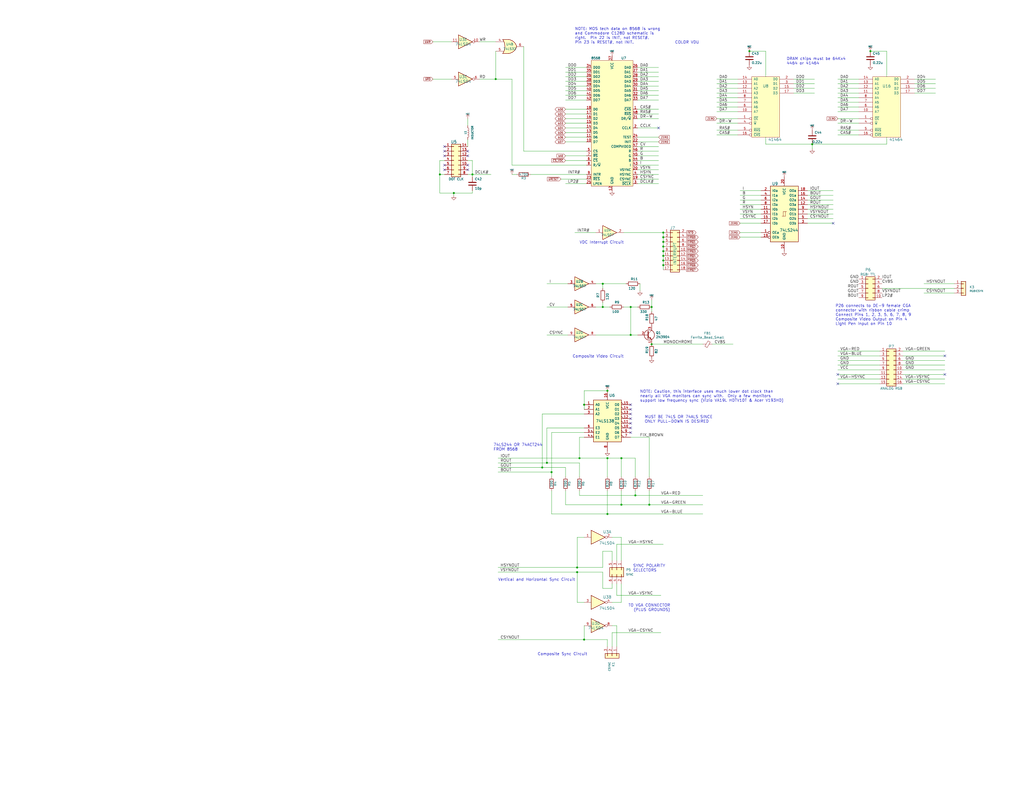
<source format=kicad_sch>
(kicad_sch (version 20211123) (generator eeschema)
  (paper "C")
  (junction (at 270.51 43.18))
  (junction (at 408.94 27.94))
  (junction (at 354.33 275.59))
  (junction (at 331.47 250.19))
  (junction (at 361.95 132.08))
  (junction (at 316.23 250.19))
  (junction (at 331.47 280.67))
  (junction (at 361.95 139.7))
  (junction (at 355.6 187.96))
  (junction (at 361.95 142.24))
  (junction (at 240.03 95.25))
  (junction (at 328.93 154.94))
  (junction (at 443.23 78.74))
  (junction (at 295.91 255.27))
  (junction (at 339.09 250.19))
  (junction (at 339.09 275.59))
  (junction (at 247.65 105.41))
  (junction (at 346.71 270.51))
  (junction (at 474.98 27.94))
  (junction (at 328.93 167.64))
  (junction (at 314.96 312.42))
  (junction (at 355.6 167.64))
  (junction (at 361.95 127))
  (junction (at 318.77 349.25))
  (junction (at 314.96 309.88))
  (junction (at 298.45 252.73))
  (junction (at 361.95 144.78))
  (junction (at 300.99 257.81))
  (junction (at 257.81 95.25))
  (junction (at 361.95 129.54))
  (junction (at 331.47 213.36))
  (junction (at 344.17 182.88))
  (junction (at 361.95 137.16))
  (junction (at 344.17 167.64))
  (junction (at 318.77 220.98))
  (junction (at 361.95 134.62))
  (no_connect (at 344.17 220.98))
  (no_connect (at 344.17 226.06))
  (no_connect (at 242.57 80.01))
  (no_connect (at 457.2 209.55))
  (no_connect (at 344.17 236.22))
  (no_connect (at 344.17 228.6))
  (no_connect (at 454.66 121.92))
  (no_connect (at 242.57 85.09))
  (no_connect (at 255.27 82.55))
  (no_connect (at 359.41 69.85))
  (no_connect (at 457.2 204.47))
  (no_connect (at 242.57 90.17))
  (no_connect (at 255.27 90.17))
  (no_connect (at 242.57 82.55))
  (no_connect (at 255.27 85.09))
  (no_connect (at 344.17 231.14))
  (no_connect (at 344.17 223.52))
  (no_connect (at 515.62 204.47))
  (no_connect (at 344.17 233.68))
  (no_connect (at 255.27 92.71))
  (no_connect (at 242.57 92.71))
  (no_connect (at 515.62 194.31))
  (wire (pts (xy 318.77 213.36) (xy 318.77 220.98)))
  (wire (pts (xy 361.95 144.78) (xy 361.95 142.24)))
  (wire (pts (xy 402.59 43.18) (xy 391.16 43.18)))
  (wire (pts (xy 468.63 48.26) (xy 457.2 48.26)))
  (wire (pts (xy 440.69 104.14) (xy 454.66 104.14)))
  (wire (pts (xy 440.69 109.22) (xy 454.66 109.22)))
  (wire (pts (xy 328.93 321.31) (xy 334.01 321.31)))
  (wire (pts (xy 355.6 187.96) (xy 383.54 187.96)))
  (wire (pts (xy 240.03 87.63) (xy 240.03 95.25)))
  (wire (pts (xy 359.41 49.53) (xy 347.98 49.53)))
  (wire (pts (xy 468.63 73.66) (xy 457.2 73.66)))
  (wire (pts (xy 236.22 22.86) (xy 246.38 22.86)))
  (wire (pts (xy 316.23 252.73) (xy 316.23 260.35)))
  (wire (pts (xy 325.12 167.64) (xy 328.93 167.64)))
  (wire (pts (xy 510.54 43.18) (xy 499.11 43.18)))
  (wire (pts (xy 468.63 50.8) (xy 457.2 50.8)))
  (wire (pts (xy 443.23 78.74) (xy 483.87 78.74)))
  (wire (pts (xy 320.04 69.85) (xy 308.61 69.85)))
  (wire (pts (xy 515.62 196.85) (xy 492.76 196.85)))
  (wire (pts (xy 361.95 134.62) (xy 361.95 132.08)))
  (wire (pts (xy 344.17 182.88) (xy 325.12 182.88)))
  (wire (pts (xy 468.63 60.96) (xy 457.2 60.96)))
  (wire (pts (xy 359.41 74.93) (xy 347.98 74.93)))
  (wire (pts (xy 402.59 60.96) (xy 391.16 60.96)))
  (wire (pts (xy 361.95 137.16) (xy 361.95 134.62)))
  (wire (pts (xy 468.63 45.72) (xy 457.2 45.72)))
  (wire (pts (xy 483.87 74.93) (xy 483.87 78.74)))
  (wire (pts (xy 340.36 167.64) (xy 344.17 167.64)))
  (wire (pts (xy 339.09 328.93) (xy 334.01 328.93)))
  (wire (pts (xy 300.99 267.97) (xy 300.99 280.67)))
  (wire (pts (xy 309.88 167.64) (xy 298.45 167.64)))
  (wire (pts (xy 257.81 95.25) (xy 257.81 96.52)))
  (wire (pts (xy 349.25 158.75) (xy 349.25 154.94)))
  (wire (pts (xy 346.71 250.19) (xy 339.09 250.19)))
  (wire (pts (xy 515.62 207.01) (xy 492.76 207.01)))
  (wire (pts (xy 383.54 280.67) (xy 331.47 280.67)))
  (wire (pts (xy 468.63 58.42) (xy 457.2 58.42)))
  (wire (pts (xy 415.29 106.68) (xy 403.86 106.68)))
  (wire (pts (xy 314.96 293.37) (xy 314.96 309.88)))
  (wire (pts (xy 316.23 267.97) (xy 316.23 270.51)))
  (wire (pts (xy 444.5 48.26) (xy 433.07 48.26)))
  (wire (pts (xy 328.93 300.99) (xy 328.93 309.88)))
  (wire (pts (xy 339.09 250.19) (xy 339.09 260.35)))
  (wire (pts (xy 340.36 127) (xy 361.95 127)))
  (wire (pts (xy 336.55 341.63) (xy 336.55 353.06)))
  (wire (pts (xy 336.55 325.12) (xy 360.68 325.12)))
  (wire (pts (xy 314.96 312.42) (xy 328.93 312.42)))
  (wire (pts (xy 355.6 167.64) (xy 355.6 170.18)))
  (wire (pts (xy 515.62 209.55) (xy 492.76 209.55)))
  (wire (pts (xy 314.96 328.93) (xy 318.77 328.93)))
  (wire (pts (xy 361.95 139.7) (xy 361.95 137.16)))
  (wire (pts (xy 325.12 154.94) (xy 328.93 154.94)))
  (wire (pts (xy 308.61 267.97) (xy 308.61 275.59)))
  (wire (pts (xy 417.83 78.74) (xy 443.23 78.74)))
  (wire (pts (xy 402.59 55.88) (xy 391.16 55.88)))
  (wire (pts (xy 320.04 46.99) (xy 308.61 46.99)))
  (wire (pts (xy 271.78 312.42) (xy 314.96 312.42)))
  (wire (pts (xy 285.75 25.4) (xy 285.75 82.55)))
  (wire (pts (xy 480.06 196.85) (xy 457.2 196.85)))
  (wire (pts (xy 325.12 127) (xy 313.69 127)))
  (wire (pts (xy 309.88 154.94) (xy 298.45 154.94)))
  (wire (pts (xy 504.19 154.94) (xy 520.7 154.94)))
  (wire (pts (xy 318.77 238.76) (xy 316.23 238.76)))
  (wire (pts (xy 320.04 82.55) (xy 285.75 82.55)))
  (wire (pts (xy 468.63 53.34) (xy 457.2 53.34)))
  (wire (pts (xy 320.04 77.47) (xy 308.61 77.47)))
  (wire (pts (xy 359.41 39.37) (xy 347.98 39.37)))
  (wire (pts (xy 361.95 142.24) (xy 361.95 139.7)))
  (wire (pts (xy 298.45 252.73) (xy 316.23 252.73)))
  (wire (pts (xy 339.09 293.37) (xy 334.01 293.37)))
  (wire (pts (xy 334.01 318.77) (xy 334.01 321.31)))
  (wire (pts (xy 336.55 297.18) (xy 336.55 306.07)))
  (wire (pts (xy 391.16 64.77) (xy 402.59 64.77)))
  (wire (pts (xy 320.04 100.33) (xy 308.61 100.33)))
  (wire (pts (xy 359.41 90.17) (xy 347.98 90.17)))
  (wire (pts (xy 257.81 105.41) (xy 247.65 105.41)))
  (wire (pts (xy 331.47 267.97) (xy 331.47 280.67)))
  (wire (pts (xy 328.93 154.94) (xy 341.63 154.94)))
  (wire (pts (xy 359.41 87.63) (xy 347.98 87.63)))
  (wire (pts (xy 331.47 349.25) (xy 331.47 353.06)))
  (wire (pts (xy 440.69 111.76) (xy 454.66 111.76)))
  (wire (pts (xy 261.62 43.18) (xy 270.51 43.18)))
  (wire (pts (xy 346.71 270.51) (xy 383.54 270.51)))
  (wire (pts (xy 440.69 116.84) (xy 454.66 116.84)))
  (wire (pts (xy 295.91 226.06) (xy 295.91 255.27)))
  (wire (pts (xy 402.59 73.66) (xy 391.16 73.66)))
  (wire (pts (xy 415.29 116.84) (xy 403.86 116.84)))
  (wire (pts (xy 308.61 255.27) (xy 295.91 255.27)))
  (wire (pts (xy 255.27 87.63) (xy 257.81 87.63)))
  (wire (pts (xy 320.04 62.23) (xy 308.61 62.23)))
  (wire (pts (xy 320.04 85.09) (xy 308.61 85.09)))
  (wire (pts (xy 408.94 27.94) (xy 417.83 27.94)))
  (wire (pts (xy 515.62 201.93) (xy 492.76 201.93)))
  (wire (pts (xy 300.99 257.81) (xy 300.99 260.35)))
  (wire (pts (xy 298.45 252.73) (xy 298.45 233.68)))
  (wire (pts (xy 236.22 43.18) (xy 246.38 43.18)))
  (wire (pts (xy 444.5 43.18) (xy 433.07 43.18)))
  (wire (pts (xy 481.33 157.48) (xy 520.7 157.48)))
  (wire (pts (xy 309.88 182.88) (xy 298.45 182.88)))
  (wire (pts (xy 510.54 45.72) (xy 499.11 45.72)))
  (wire (pts (xy 300.99 236.22) (xy 318.77 236.22)))
  (wire (pts (xy 298.45 233.68) (xy 318.77 233.68)))
  (wire (pts (xy 320.04 41.91) (xy 308.61 41.91)))
  (wire (pts (xy 334.01 300.99) (xy 328.93 300.99)))
  (wire (pts (xy 328.93 312.42) (xy 328.93 321.31)))
  (wire (pts (xy 347.98 100.33) (xy 359.41 100.33)))
  (wire (pts (xy 316.23 270.51) (xy 346.71 270.51)))
  (wire (pts (xy 402.59 58.42) (xy 391.16 58.42)))
  (wire (pts (xy 331.47 250.19) (xy 316.23 250.19)))
  (wire (pts (xy 271.78 250.19) (xy 316.23 250.19)))
  (wire (pts (xy 331.47 280.67) (xy 300.99 280.67)))
  (wire (pts (xy 480.06 191.77) (xy 457.2 191.77)))
  (wire (pts (xy 336.55 318.77) (xy 336.55 325.12)))
  (wire (pts (xy 468.63 71.12) (xy 457.2 71.12)))
  (wire (pts (xy 331.47 349.25) (xy 318.77 349.25)))
  (wire (pts (xy 468.63 55.88) (xy 457.2 55.88)))
  (wire (pts (xy 415.29 119.38) (xy 403.86 119.38)))
  (wire (pts (xy 331.47 250.19) (xy 331.47 260.35)))
  (wire (pts (xy 415.29 109.22) (xy 403.86 109.22)))
  (wire (pts (xy 320.04 52.07) (xy 308.61 52.07)))
  (wire (pts (xy 270.51 27.94) (xy 270.51 43.18)))
  (wire (pts (xy 279.4 43.18) (xy 279.4 90.17)))
  (wire (pts (xy 440.69 114.3) (xy 454.66 114.3)))
  (wire (pts (xy 417.83 27.94) (xy 417.83 41.91)))
  (wire (pts (xy 320.04 74.93) (xy 308.61 74.93)))
  (wire (pts (xy 359.41 44.45) (xy 347.98 44.45)))
  (wire (pts (xy 257.81 95.25) (xy 267.97 95.25)))
  (wire (pts (xy 480.06 204.47) (xy 457.2 204.47)))
  (wire (pts (xy 468.63 67.31) (xy 457.2 67.31)))
  (wire (pts (xy 308.61 275.59) (xy 339.09 275.59)))
  (wire (pts (xy 339.09 250.19) (xy 331.47 250.19)))
  (wire (pts (xy 271.78 309.88) (xy 314.96 309.88)))
  (wire (pts (xy 334.01 345.44) (xy 334.01 353.06)))
  (wire (pts (xy 257.81 104.14) (xy 257.81 105.41)))
  (wire (pts (xy 255.27 76.2) (xy 255.27 80.01)))
  (wire (pts (xy 346.71 250.19) (xy 346.71 260.35)))
  (wire (pts (xy 271.78 255.27) (xy 295.91 255.27)))
  (wire (pts (xy 480.06 194.31) (xy 457.2 194.31)))
  (wire (pts (xy 457.2 207.01) (xy 480.06 207.01)))
  (wire (pts (xy 483.87 41.91) (xy 483.87 27.94)))
  (wire (pts (xy 240.03 105.41) (xy 240.03 95.25)))
  (wire (pts (xy 328.93 167.64) (xy 332.74 167.64)))
  (wire (pts (xy 346.71 267.97) (xy 346.71 270.51)))
  (wire (pts (xy 359.41 82.55) (xy 347.98 82.55)))
  (wire (pts (xy 320.04 44.45) (xy 308.61 44.45)))
  (wire (pts (xy 415.29 111.76) (xy 403.86 111.76)))
  (wire (pts (xy 415.29 104.14) (xy 403.86 104.14)))
  (wire (pts (xy 347.98 77.47) (xy 359.41 77.47)))
  (wire (pts (xy 334.01 300.99) (xy 334.01 306.07)))
  (wire (pts (xy 320.04 97.79) (xy 306.07 97.79)))
  (wire (pts (xy 344.17 238.76) (xy 354.33 238.76)))
  (wire (pts (xy 402.59 48.26) (xy 391.16 48.26)))
  (wire (pts (xy 320.04 49.53) (xy 308.61 49.53)))
  (wire (pts (xy 255.27 64.77) (xy 255.27 68.58)))
  (wire (pts (xy 444.5 50.8) (xy 433.07 50.8)))
  (wire (pts (xy 344.17 167.64) (xy 347.98 167.64)))
  (wire (pts (xy 318.77 341.63) (xy 318.77 349.25)))
  (wire (pts (xy 400.05 187.96) (xy 388.62 187.96)))
  (wire (pts (xy 402.59 71.12) (xy 391.16 71.12)))
  (wire (pts (xy 334.01 345.44) (xy 360.68 345.44)))
  (wire (pts (xy 354.33 238.76) (xy 354.33 260.35)))
  (wire (pts (xy 402.59 50.8) (xy 391.16 50.8)))
  (wire (pts (xy 359.41 92.71) (xy 347.98 92.71)))
  (wire (pts (xy 504.19 160.02) (xy 520.7 160.02)))
  (wire (pts (xy 320.04 87.63) (xy 308.61 87.63)))
  (wire (pts (xy 510.54 50.8) (xy 499.11 50.8)))
  (wire (pts (xy 328.93 165.1) (xy 328.93 167.64)))
  (wire (pts (xy 415.29 127) (xy 403.86 127)))
  (wire (pts (xy 361.95 129.54) (xy 361.95 127)))
  (wire (pts (xy 359.41 62.23) (xy 347.98 62.23)))
  (wire (pts (xy 255.27 95.25) (xy 257.81 95.25)))
  (wire (pts (xy 440.69 106.68) (xy 454.66 106.68)))
  (wire (pts (xy 247.65 105.41) (xy 247.65 106.68)))
  (wire (pts (xy 318.77 213.36) (xy 331.47 213.36)))
  (wire (pts (xy 515.62 199.39) (xy 492.76 199.39)))
  (wire (pts (xy 359.41 85.09) (xy 347.98 85.09)))
  (wire (pts (xy 359.41 52.07) (xy 347.98 52.07)))
  (wire (pts (xy 336.55 297.18) (xy 361.95 297.18)))
  (wire (pts (xy 314.96 309.88) (xy 328.93 309.88)))
  (wire (pts (xy 300.99 236.22) (xy 300.99 257.81)))
  (wire (pts (xy 440.69 121.92) (xy 454.66 121.92)))
  (wire (pts (xy 359.41 69.85) (xy 347.98 69.85)))
  (wire (pts (xy 279.4 95.25) (xy 281.94 95.25)))
  (wire (pts (xy 336.55 341.63) (xy 334.01 341.63)))
  (wire (pts (xy 515.62 191.77) (xy 492.76 191.77)))
  (wire (pts (xy 515.62 194.31) (xy 492.76 194.31)))
  (wire (pts (xy 279.4 43.18) (xy 270.51 43.18)))
  (wire (pts (xy 339.09 293.37) (xy 339.09 306.07)))
  (wire (pts (xy 354.33 275.59) (xy 383.54 275.59)))
  (wire (pts (xy 359.41 97.79) (xy 347.98 97.79)))
  (wire (pts (xy 402.59 45.72) (xy 391.16 45.72)))
  (wire (pts (xy 320.04 59.69) (xy 308.61 59.69)))
  (wire (pts (xy 289.56 95.25) (xy 320.04 95.25)))
  (wire (pts (xy 339.09 318.77) (xy 339.09 328.93)))
  (wire (pts (xy 314.96 328.93) (xy 314.96 312.42)))
  (wire (pts (xy 359.41 80.01) (xy 347.98 80.01)))
  (wire (pts (xy 440.69 119.38) (xy 454.66 119.38)))
  (wire (pts (xy 359.41 54.61) (xy 347.98 54.61)))
  (wire (pts (xy 361.95 132.08) (xy 361.95 129.54)))
  (wire (pts (xy 359.41 64.77) (xy 347.98 64.77)))
  (wire (pts (xy 318.77 220.98) (xy 318.77 223.52)))
  (wire (pts (xy 354.33 267.97) (xy 354.33 275.59)))
  (wire (pts (xy 483.87 27.94) (xy 474.98 27.94)))
  (wire (pts (xy 261.62 22.86) (xy 270.51 22.86)))
  (wire (pts (xy 320.04 67.31) (xy 308.61 67.31)))
  (wire (pts (xy 328.93 157.48) (xy 328.93 154.94)))
  (wire (pts (xy 402.59 67.31) (xy 391.16 67.31)))
  (wire (pts (xy 415.29 121.92) (xy 403.86 121.92)))
  (wire (pts (xy 344.17 167.64) (xy 344.17 182.88)))
  (wire (pts (xy 314.96 293.37) (xy 318.77 293.37)))
  (wire (pts (xy 359.41 46.99) (xy 347.98 46.99)))
  (wire (pts (xy 415.29 114.3) (xy 403.86 114.3)))
  (wire (pts (xy 415.29 129.54) (xy 403.86 129.54)))
  (wire (pts (xy 271.78 257.81) (xy 300.99 257.81)))
  (wire (pts (xy 320.04 54.61) (xy 308.61 54.61)))
  (wire (pts (xy 515.62 204.47) (xy 492.76 204.47)))
  (wire (pts (xy 339.09 267.97) (xy 339.09 275.59)))
  (wire (pts (xy 355.6 163.83) (xy 355.6 167.64)))
  (wire (pts (xy 320.04 72.39) (xy 308.61 72.39)))
  (wire (pts (xy 361.95 147.32) (xy 361.95 144.78)))
  (wire (pts (xy 320.04 90.17) (xy 279.4 90.17)))
  (wire (pts (xy 417.83 78.74) (xy 417.83 74.93)))
  (wire (pts (xy 308.61 255.27) (xy 308.61 260.35)))
  (wire (pts (xy 480.06 201.93) (xy 457.2 201.93)))
  (wire (pts (xy 443.23 78.74) (xy 443.23 81.28)))
  (wire (pts (xy 339.09 275.59) (xy 354.33 275.59)))
  (wire (pts (xy 402.59 53.34) (xy 391.16 53.34)))
  (wire (pts (xy 510.54 48.26) (xy 499.11 48.26)))
  (wire (pts (xy 359.41 59.69) (xy 347.98 59.69)))
  (wire (pts (xy 271.78 252.73) (xy 298.45 252.73)))
  (wire (pts (xy 480.06 199.39) (xy 457.2 199.39)))
  (wire (pts (xy 359.41 95.25) (xy 347.98 95.25)))
  (wire (pts (xy 359.41 41.91) (xy 347.98 41.91)))
  (wire (pts (xy 320.04 39.37) (xy 308.61 39.37)))
  (wire (pts (xy 359.41 36.83) (xy 347.98 36.83)))
  (wire (pts (xy 344.17 182.88) (xy 347.98 182.88)))
  (wire (pts (xy 240.03 95.25) (xy 242.57 95.25)))
  (wire (pts (xy 457.2 64.77) (xy 468.63 64.77)))
  (wire (pts (xy 247.65 105.41) (xy 240.03 105.41)))
  (wire (pts (xy 444.5 45.72) (xy 433.07 45.72)))
  (wire (pts (xy 257.81 87.63) (xy 257.81 95.25)))
  (wire (pts (xy 242.57 87.63) (xy 240.03 87.63)))
  (wire (pts (xy 320.04 36.83) (xy 308.61 36.83)))
  (wire (pts (xy 295.91 226.06) (xy 318.77 226.06)))
  (wire (pts (xy 316.23 250.19) (xy 316.23 238.76)))
  (wire (pts (xy 468.63 43.18) (xy 457.2 43.18)))
  (wire (pts (xy 318.77 349.25) (xy 271.78 349.25)))
  (wire (pts (xy 320.04 64.77) (xy 308.61 64.77)))
  (wire (pts (xy 480.06 209.55) (xy 457.2 209.55)))
  (text "VDC Interrupt Circuit" (at 316.23 133.35 0) (effects (font (size 1.524 1.524)) (justify left bottom)))
  (text "Composite Sync Circuit" (at 293.37 358.14 0) (effects (font (size 1.524 1.524)) (justify left bottom)))
  (text "Vertical and Horizontal Sync Circuit" (at 271.78 317.5 0) (effects (font (size 1.524 1.524)) (justify left bottom)))
  (text "74LS244 OR 74ACT244\nFROM 8568" (at 269.24 246.38 0) (effects (font (size 1.524 1.524)) (justify left bottom)))
  (text "NOTE: Caution, this interface uses much lower dot clock than \nnearly all VGA monitors can sync with.  Only a few monitors\nsupport low frequency sync (Vizio VA19L HDTV10T & Acer V193HD)" (at 349.25 219.71 0) (effects (font (size 1.524 1.524)) (justify left bottom)))
  (text "SYNC POLARITY\nSELECTORS" (at 345.44 312.42 0) (effects (font (size 1.524 1.524)) (justify left bottom)))
  (text "Composite Video Circuit" (at 312.42 195.58 0) (effects (font (size 1.524 1.524)) (justify left bottom)))
  (text "COLOR VDU" (at 368.3 24.13 0) (effects (font (size 1.524 1.524)) (justify left bottom)))
  (text "DRAM chips must be 64Kx4\n4464 or 41464" (at 429.26 35.56 0) (effects (font (size 1.524 1.524)) (justify left bottom)))
  (text "TO VGA CONNECTOR\n(PLUS GROUNDS)" (at 365.76 334.01 180) (effects (font (size 1.524 1.524)) (justify right bottom)))
  (text "P26 connects to DE-9 female CGA\nconnector with ribbon cable crimp\nConnect Pins 1, 2, 3, 5, 6, 7, 8, 9 \nComposite Video Output on Pin 4\nLight Pen Input on Pin 10" (at 455.93 177.8 0) (effects (font (size 1.524 1.524)) (justify left bottom)))
  (text "MUST BE 74LS OR 74ALS SINCE\nONLY PULL-DOWN IS DESIRED" (at 351.79 231.14 0) (effects (font (size 1.524 1.524)) (justify left bottom)))
  (text "NOTE: MOS tech data on 8568 is wrong\nand Commodore C128D schematic is\nright.  Pin 22 is INIT, not RESET#.  \nPin 23 is RESET#, not INIT." (at 313.69 24.13 0) (effects (font (size 1.524 1.524)) (justify left bottom)))
  (label "DA4" (at 458.47 53.34 0) (effects (font (size 1.524 1.524))))
  (label "R" (at 405.13 111.76 0) (effects (font (size 1.524 1.524))))
  (label "WR" (at 261.62 22.86 0) (effects (font (size 1.524 1.524))))
  (label "BOUT" (at 441.96 106.68 0) (effects (font (size 1.524 1.524))))
  (label "CAS#" (at 349.25 59.69 0) (effects (font (size 1.524 1.524))))
  (label "DD2" (at 434.34 48.26 0) (effects (font (size 1.524 1.524))))
  (label "DD1" (at 434.34 45.72 0) (effects (font (size 1.524 1.524))))
  (label "CV" (at 349.25 80.01 0) (effects (font (size 1.524 1.524))))
  (label "CCLK" (at 349.25 69.85 0) (effects (font (size 1.524 1.524))))
  (label "DD1" (at 309.88 39.37 0) (effects (font (size 1.524 1.524))))
  (label "I" (at 299.72 154.94 0) (effects (font (size 1.524 1.524))))
  (label "CSYNC" (at 405.13 119.38 0) (effects (font (size 1.524 1.524))))
  (label "FIX_BROWN" (at 349.25 238.76 0) (effects (font (size 1.524 1.524))))
  (label "DCLK#" (at 259.08 95.25 0) (effects (font (size 1.524 1.524))))
  (label "G" (at 349.25 85.09 0) (effects (font (size 1.524 1.524))))
  (label "DA5" (at 458.47 55.88 0) (effects (font (size 1.524 1.524))))
  (label "GOUT" (at 273.05 255.27 0) (effects (font (size 1.524 1.524))))
  (label "GND" (at 468.63 152.4 180) (effects (font (size 1.524 1.524))))
  (label "VGA-BLUE" (at 360.68 280.67 0) (effects (font (size 1.524 1.524))))
  (label "DA0" (at 392.43 43.18 0) (effects (font (size 1.524 1.524))))
  (label "VGA-GREEN" (at 494.03 191.77 0) (effects (font (size 1.524 1.524))))
  (label "VSYN" (at 349.25 92.71 0) (effects (font (size 1.524 1.524))))
  (label "GOUT" (at 441.96 109.22 0) (effects (font (size 1.524 1.524))))
  (label "CSYNC" (at 299.72 182.88 0) (effects (font (size 1.524 1.524))))
  (label "BOUT" (at 273.05 257.81 0) (effects (font (size 1.524 1.524))))
  (label "DA2" (at 458.47 48.26 0) (effects (font (size 1.524 1.524))))
  (label "GND" (at 494.03 196.85 0) (effects (font (size 1.524 1.524))))
  (label "DA6" (at 458.47 58.42 0) (effects (font (size 1.524 1.524))))
  (label "B" (at 405.13 106.68 0) (effects (font (size 1.524 1.524))))
  (label "CVBS" (at 389.89 187.96 0) (effects (font (size 1.524 1.524))))
  (label "GND" (at 468.63 154.94 180) (effects (font (size 1.524 1.524))))
  (label "IOUT" (at 481.33 152.4 0) (effects (font (size 1.524 1.524))))
  (label "CSYNOUT" (at 273.05 349.25 0) (effects (font (size 1.524 1.524))))
  (label "DR-W" (at 458.47 67.31 0) (effects (font (size 1.524 1.524))))
  (label "VGA-CSYNC" (at 494.03 209.55 0) (effects (font (size 1.524 1.524))))
  (label "DD7" (at 500.38 50.8 0) (effects (font (size 1.524 1.524))))
  (label "I" (at 349.25 90.17 0) (effects (font (size 1.524 1.524))))
  (label "DA5" (at 349.25 49.53 0) (effects (font (size 1.524 1.524))))
  (label "DD0" (at 434.34 43.18 0) (effects (font (size 1.524 1.524))))
  (label "INTR#" (at 314.96 127 0) (effects (font (size 1.524 1.524))))
  (label "LP2#" (at 481.33 162.56 0) (effects (font (size 1.524 1.524))))
  (label "DR-W" (at 349.25 64.77 0) (effects (font (size 1.524 1.524))))
  (label "R" (at 349.25 82.55 0) (effects (font (size 1.524 1.524))))
  (label "ROUT" (at 468.63 157.48 180) (effects (font (size 1.524 1.524))))
  (label "CAS#" (at 458.47 73.66 0) (effects (font (size 1.524 1.524))))
  (label "DD4" (at 500.38 43.18 0) (effects (font (size 1.524 1.524))))
  (label "DA6" (at 392.43 58.42 0) (effects (font (size 1.524 1.524))))
  (label "CSYNOUT" (at 441.96 119.38 0) (effects (font (size 1.524 1.524))))
  (label "DR-W" (at 392.43 67.31 0) (effects (font (size 1.524 1.524))))
  (label "DA0" (at 349.25 36.83 0) (effects (font (size 1.524 1.524))))
  (label "MONOCHROME" (at 361.95 187.96 0) (effects (font (size 1.524 1.524))))
  (label "VGA-BLUE" (at 458.47 194.31 0) (effects (font (size 1.524 1.524))))
  (label "VGA-CSYNC" (at 342.9 345.44 0) (effects (font (size 1.524 1.524))))
  (label "DA5" (at 392.43 55.88 0) (effects (font (size 1.524 1.524))))
  (label "CSYNC" (at 349.25 97.79 0) (effects (font (size 1.524 1.524))))
  (label "VGA-VSYNC" (at 342.9 325.12 0) (effects (font (size 1.524 1.524))))
  (label "HSYN" (at 349.25 95.25 0) (effects (font (size 1.524 1.524))))
  (label "DA3" (at 349.25 44.45 0) (effects (font (size 1.524 1.524))))
  (label "GND" (at 494.03 199.39 0) (effects (font (size 1.524 1.524))))
  (label "DA7" (at 349.25 54.61 0) (effects (font (size 1.524 1.524))))
  (label "HSYNOUT" (at 505.46 154.94 0) (effects (font (size 1.524 1.524))))
  (label "CAS#" (at 392.43 73.66 0) (effects (font (size 1.524 1.524))))
  (label "DA4" (at 349.25 46.99 0) (effects (font (size 1.524 1.524))))
  (label "GND" (at 458.47 196.85 0) (effects (font (size 1.524 1.524))))
  (label "I" (at 405.13 104.14 0) (effects (font (size 1.524 1.524))))
  (label "DD7" (at 309.88 54.61 0) (effects (font (size 1.524 1.524))))
  (label "DA4" (at 392.43 53.34 0) (effects (font (size 1.524 1.524))))
  (label "DA3" (at 458.47 50.8 0) (effects (font (size 1.524 1.524))))
  (label "DA7" (at 392.43 60.96 0) (effects (font (size 1.524 1.524))))
  (label "RD" (at 261.62 43.18 0) (effects (font (size 1.524 1.524))))
  (label "VSYNOUT" (at 273.05 312.42 0) (effects (font (size 1.524 1.524))))
  (label "VGA-VSYNC" (at 494.03 207.01 0) (effects (font (size 1.524 1.524))))
  (label "VSYNOUT" (at 481.33 160.02 0) (effects (font (size 1.524 1.524))))
  (label "DD6" (at 500.38 48.26 0) (effects (font (size 1.524 1.524))))
  (label "DA1" (at 458.47 45.72 0) (effects (font (size 1.524 1.524))))
  (label "IOUT" (at 273.05 250.19 0) (effects (font (size 1.524 1.524))))
  (label "DA1" (at 349.25 39.37 0) (effects (font (size 1.524 1.524))))
  (label "GOUT" (at 468.63 160.02 180) (effects (font (size 1.524 1.524))))
  (label "ROUT" (at 273.05 252.73 0) (effects (font (size 1.524 1.524))))
  (label "VSYNOUT" (at 441.96 116.84 0) (effects (font (size 1.524 1.524))))
  (label "VGA-GREEN" (at 360.68 275.59 0) (effects (font (size 1.524 1.524))))
  (label "DA6" (at 349.25 52.07 0) (effects (font (size 1.524 1.524))))
  (label "DD4" (at 309.88 46.99 0) (effects (font (size 1.524 1.524))))
  (label "DCLK#" (at 349.25 100.33 0) (effects (font (size 1.524 1.524))))
  (label "DD3" (at 434.34 50.8 0) (effects (font (size 1.524 1.524))))
  (label "CV" (at 299.72 167.64 0) (effects (font (size 1.524 1.524))))
  (label "RAS#" (at 349.25 62.23 0) (effects (font (size 1.524 1.524))))
  (label "GND" (at 494.03 201.93 0) (effects (font (size 1.524 1.524))))
  (label "DA7" (at 458.47 60.96 0) (effects (font (size 1.524 1.524))))
  (label "CSYNOUT" (at 505.46 160.02 0) (effects (font (size 1.524 1.524))))
  (label "VGA-HSYNC" (at 458.47 207.01 0) (effects (font (size 1.524 1.524))))
  (label "GND" (at 458.47 199.39 0) (effects (font (size 1.524 1.524))))
  (label "VCC" (at 458.47 201.93 0) (effects (font (size 1.524 1.524))))
  (label "HSYNOUT" (at 441.96 114.3 0) (effects (font (size 1.524 1.524))))
  (label "CVBS" (at 481.33 154.94 0) (effects (font (size 1.524 1.524))))
  (label "LP2#" (at 309.88 100.33 0) (effects (font (size 1.524 1.524))))
  (label "VGA-RED" (at 458.47 191.77 0) (effects (font (size 1.524 1.524))))
  (label "DD0" (at 309.88 36.83 0) (effects (font (size 1.524 1.524))))
  (label "IOUT" (at 441.96 104.14 0) (effects (font (size 1.524 1.524))))
  (label "HSYN" (at 405.13 114.3 0) (effects (font (size 1.524 1.524))))
  (label "VGA-HSYNC" (at 342.9 297.18 0) (effects (font (size 1.524 1.524))))
  (label "DA2" (at 392.43 48.26 0) (effects (font (size 1.524 1.524))))
  (label "DD2" (at 309.88 41.91 0) (effects (font (size 1.524 1.524))))
  (label "HSYNOUT" (at 273.05 309.88 0) (effects (font (size 1.524 1.524))))
  (label "RAS#" (at 458.47 71.12 0) (effects (font (size 1.524 1.524))))
  (label "RAS#" (at 392.43 71.12 0) (effects (font (size 1.524 1.524))))
  (label "DD5" (at 309.88 49.53 0) (effects (font (size 1.524 1.524))))
  (label "DA2" (at 349.25 41.91 0) (effects (font (size 1.524 1.524))))
  (label "DA1" (at 392.43 45.72 0) (effects (font (size 1.524 1.524))))
  (label "BOUT" (at 468.63 162.56 180) (effects (font (size 1.524 1.524))))
  (label "B" (at 349.25 87.63 0) (effects (font (size 1.524 1.524))))
  (label "G" (at 405.13 109.22 0) (effects (font (size 1.524 1.524))))
  (label "ROUT" (at 441.96 111.76 0) (effects (font (size 1.524 1.524))))
  (label "INTR#" (at 309.88 95.25 0) (effects (font (size 1.524 1.524))))
  (label "DA3" (at 392.43 50.8 0) (effects (font (size 1.524 1.524))))
  (label "VGA-RED" (at 360.68 270.51 0) (effects (font (size 1.524 1.524))))
  (label "DD3" (at 309.88 44.45 0) (effects (font (size 1.524 1.524))))
  (label "DD5" (at 500.38 45.72 0) (effects (font (size 1.524 1.524))))
  (label "VSYN" (at 405.13 116.84 0) (effects (font (size 1.524 1.524))))
  (label "DD6" (at 309.88 52.07 0) (effects (font (size 1.524 1.524))))
  (label "DA0" (at 458.47 43.18 0) (effects (font (size 1.524 1.524))))
  (global_label "bD3" (shape bidirectional) (at 308.61 67.31 180) (effects (font (size 1.016 1.016))) (property "Intersheet References" "${INTERSHEET_REFS}" (effects hide)))
  (global_label "bD2" (shape bidirectional) (at 308.61 64.77 180) (effects (font (size 1.016 1.016))) (property "Intersheet References" "${INTERSHEET_REFS}" (effects hide)))
  (global_label "bD1" (shape bidirectional) (at 308.61 62.23 180) (effects (font (size 1.016 1.016))) (property "Intersheet References" "${INTERSHEET_REFS}" (effects hide)))
  (global_label "bD7" (shape bidirectional) (at 308.61 77.47 180) (effects (font (size 1.016 1.016))) (property "Intersheet References" "${INTERSHEET_REFS}" (effects hide)))
  (global_label "~{EIRQ6}" (shape output) (at 374.65 144.78 0) (effects (font (size 1.016 1.016))) (property "Intersheet References" "${INTERSHEET_REFS}" (effects hide)))
  (global_label "bD5" (shape bidirectional) (at 308.61 72.39 180) (effects (font (size 1.016 1.016))) (property "Intersheet References" "${INTERSHEET_REFS}" (effects hide)))
  (global_label "~{EIRQ1}" (shape output) (at 374.65 132.08 0) (effects (font (size 1.016 1.016))) (property "Intersheet References" "${INTERSHEET_REFS}" (effects hide)))
  (global_label "~{EIRQ4}" (shape output) (at 374.65 139.7 0) (effects (font (size 1.016 1.016))) (property "Intersheet References" "${INTERSHEET_REFS}" (effects hide)))
  (global_label "~{EIRQ3}" (shape output) (at 374.65 137.16 0) (effects (font (size 1.016 1.016))) (property "Intersheet References" "${INTERSHEET_REFS}" (effects hide)))
  (global_label "~{bRD}" (shape input) (at 236.22 43.18 180) (effects (font (size 1.016 1.016))) (property "Intersheet References" "${INTERSHEET_REFS}" (effects hide)))
  (global_label "ZERO" (shape input) (at 403.86 121.92 180) (effects (font (size 1.016 1.016))) (property "Intersheet References" "${INTERSHEET_REFS}" (effects hide)))
  (global_label "ZERO" (shape input) (at 403.86 127 180) (effects (font (size 1.016 1.016))) (property "Intersheet References" "${INTERSHEET_REFS}" (effects hide)))
  (global_label "~{bRESET}" (shape input) (at 306.07 97.79 180) (effects (font (size 1.016 1.016))) (property "Intersheet References" "${INTERSHEET_REFS}" (effects hide)))
  (global_label "bD0" (shape bidirectional) (at 308.61 59.69 180) (effects (font (size 1.016 1.016))) (property "Intersheet References" "${INTERSHEET_REFS}" (effects hide)))
  (global_label "~{bWR}" (shape input) (at 236.22 22.86 180) (effects (font (size 1.016 1.016))) (property "Intersheet References" "${INTERSHEET_REFS}" (effects hide)))
  (global_label "bD6" (shape bidirectional) (at 308.61 74.93 180) (effects (font (size 1.016 1.016))) (property "Intersheet References" "${INTERSHEET_REFS}" (effects hide)))
  (global_label "bD4" (shape bidirectional) (at 308.61 69.85 180) (effects (font (size 1.016 1.016))) (property "Intersheet References" "${INTERSHEET_REFS}" (effects hide)))
  (global_label "ZERO" (shape input) (at 391.16 64.77 180) (effects (font (size 1.016 1.016))) (property "Intersheet References" "${INTERSHEET_REFS}" (effects hide)))
  (global_label "~{EIRQ5}" (shape output) (at 374.65 142.24 0) (effects (font (size 1.016 1.016))) (property "Intersheet References" "${INTERSHEET_REFS}" (effects hide)))
  (global_label "ZERO" (shape input) (at 403.86 129.54 180) (effects (font (size 1.016 1.016))) (property "Intersheet References" "${INTERSHEET_REFS}" (effects hide)))
  (global_label "ZERO" (shape input) (at 457.2 64.77 180) (effects (font (size 1.016 1.016))) (property "Intersheet References" "${INTERSHEET_REFS}" (effects hide)))
  (global_label "ZERO" (shape input) (at 359.41 77.47 0) (effects (font (size 1.016 1.016))) (property "Intersheet References" "${INTERSHEET_REFS}" (effects hide)))
  (global_label "~{EIRQ0}" (shape output) (at 374.65 129.54 0) (effects (font (size 1.016 1.016))) (property "Intersheet References" "${INTERSHEET_REFS}" (effects hide)))
  (global_label "~{INT0}" (shape output) (at 374.65 127 0) (effects (font (size 1.016 1.016))) (property "Intersheet References" "${INTERSHEET_REFS}" (effects hide)))
  (global_label "~{CS_VDC}" (shape input) (at 308.61 87.63 180) (effects (font (size 1.016 1.016))) (property "Intersheet References" "${INTERSHEET_REFS}" (effects hide)))
  (global_label "~{EIRQ7}" (shape output) (at 374.65 147.32 0) (effects (font (size 1.016 1.016))) (property "Intersheet References" "${INTERSHEET_REFS}" (effects hide)))
  (global_label "bA0" (shape input) (at 308.61 85.09 180) (effects (font (size 1.016 1.016))) (property "Intersheet References" "${INTERSHEET_REFS}" (effects hide)))
  (global_label "ZERO" (shape input) (at 359.41 74.93 0) (effects (font (size 1.016 1.016))) (property "Intersheet References" "${INTERSHEET_REFS}" (effects hide)))
  (global_label "~{EIRQ2}" (shape output) (at 374.65 134.62 0) (effects (font (size 1.016 1.016))) (property "Intersheet References" "${INTERSHEET_REFS}" (effects hide)))
  (symbol (lib_id "power:GND") (at 474.98 35.56 0) (unit 1)
    (property "Reference" "#PWR044" (effects hide))
    (property "Value" "GND" (effects hide))
  )
  (symbol (lib_id "74xx:74LS07") (at 317.5 154.94 0) (unit 2)
    (property "Reference" "U2" (at 316.23 153.67 0))
    (property "Value" "74LS07" (at 316.23 156.21 0))
    (property "Footprint" "Package_DIP:DIP-14_W7.62mm" (effects hide))
  )
  (symbol (lib_id "Device:R") (at 354.33 264.16 0) (unit 1)
    (property "Reference" "R17" (at 356.362 264.16 90))
    (property "Value" "820" (at 354.33 264.16 90))
    (property "Footprint" "Resistor_THT:R_Axial_DIN0207_L6.3mm_D2.5mm_P7.62mm_Horizontal" (effects hide))
  )
  (symbol (lib_id "power:GND") (at 331.47 246.38 0) (unit 1)
    (property "Reference" "#PWR018" (effects hide))
    (property "Value" "GND" (effects hide))
  )
  (symbol (lib_id "Device:R") (at 355.6 191.77 0) (unit 1)
    (property "Reference" "R19" (at 353.06 193.04 90) (effects (justify left)))
    (property "Value" "82" (at 358.14 193.04 90) (effects (justify left)))
    (property "Footprint" "Resistor_THT:R_Axial_DIN0207_L6.3mm_D2.5mm_P7.62mm_Horizontal" (effects hide))
  )
  (symbol (lib_id "Device:R") (at 331.47 264.16 0) (unit 1)
    (property "Reference" "R8" (at 333.502 264.16 90))
    (property "Value" "820" (at 331.47 264.16 90))
    (property "Footprint" "Resistor_THT:R_Axial_DIN0207_L6.3mm_D2.5mm_P7.62mm_Horizontal" (effects hide))
  )
  (symbol (lib_id "Connector_Generic:Conn_02x09_Odd_Even") (at 367.03 137.16 0) (unit 1)
    (property "Reference" "J7" (at 367.03 124.46 0) (effects (font (size 1.524 1.524))))
    (property "Value" "INTERRUPT" (at 368.3 138.43 90) (effects (font (size 1.524 1.524))))
    (property "Footprint" "Connector_PinHeader_2.54mm:PinHeader_2x09_P2.54mm_Vertical" (effects hide))
  )
  (symbol (lib_id "Device:R") (at 345.44 154.94 270) (unit 1)
    (property "Reference" "R11" (at 344.17 152.4 90) (effects (justify left)))
    (property "Value" "120" (at 342.9 157.48 90) (effects (justify left)))
    (property "Footprint" "Resistor_THT:R_Axial_DIN0207_L6.3mm_D2.5mm_P7.62mm_Horizontal" (effects hide))
  )
  (symbol (lib_id "Device:R") (at 336.55 167.64 270) (unit 1)
    (property "Reference" "R9" (at 335.28 165.1 90) (effects (justify left)))
    (property "Value" "100" (at 334.01 170.18 90) (effects (justify left)))
    (property "Footprint" "Resistor_THT:R_Axial_DIN0207_L6.3mm_D2.5mm_P7.62mm_Horizontal" (effects hide))
  )
  (symbol (lib_id "Connector_Generic:Conn_01x03") (at 334.01 358.14 270) (unit 1)
    (property "Reference" "K1" (at 334.7212 361.3912 0) (effects (justify left)))
    (property "Value" "CSYNC" (at 332.5876 361.3912 0) (effects (font (size 1.016 1.016)) (justify left)))
    (property "Footprint" "Connector_PinHeader_2.54mm:PinHeader_1x03_P2.54mm_Vertical" (effects hide))
  )
  (symbol (lib_id "8568:8568-cbm") (at 334.01 66.04 0) (unit 1)
    (property "Reference" "U7" (at 340.36 31.75 0))
    (property "Value" "8568" (at 325.12 31.75 0))
    (property "Footprint" "Package_DIP:DIP-48_W15.24mm" (effects hide))
  )
  (symbol (lib_id "74xx:74LS07") (at 332.74 127 0) (unit 1)
    (property "Reference" "U2" (at 331.47 125.73 0))
    (property "Value" "74LS07" (at 331.47 128.27 0))
    (property "Footprint" "Package_DIP:DIP-14_W7.62mm" (effects hide))
  )
  (symbol (lib_id "74xx:74LS07") (at 317.5 182.88 0) (unit 4)
    (property "Reference" "U2" (at 316.23 181.61 0))
    (property "Value" "74LS07" (at 316.23 184.15 0))
    (property "Footprint" "Package_DIP:DIP-14_W7.62mm" (effects hide))
  )
  (symbol (lib_id "74xx:74LS04") (at 326.39 341.63 0) (unit 4)
    (property "Reference" "U3" (at 325.12 340.36 0) (effects (font (size 1.524 1.524))))
    (property "Value" "74LS04" (at 325.12 342.9 0) (effects (font (size 1.524 1.524))))
    (property "Footprint" "Package_DIP:DIP-14_W7.62mm" (effects hide))
  )
  (symbol (lib_id "Connector_Generic:Conn_02x05_Odd_Even") (at 473.71 157.48 0) (unit 1)
    (property "Reference" "P6" (at 473.71 147.32 0) (effects (font (size 1.524 1.524))))
    (property "Value" "RGBI TTL" (at 473.71 149.86 0))
    (property "Footprint" "Connector_IDC:IDC-Header_2x05_P2.54mm_Horizontal" (effects hide))
  )
  (symbol (lib_id "Device:C") (at 408.94 31.75 0) (unit 1)
    (property "Reference" "C43" (at 410.21 29.21 0) (effects (justify left)))
    (property "Value" "0.22u" (at 410.21 34.29 0) (effects (justify left)))
    (property "Footprint" "Capacitor_THT:C_Disc_D5.0mm_W2.5mm_P5.00mm" (effects hide))
  )
  (symbol (lib_id "power:GND") (at 408.94 35.56 0) (unit 1)
    (property "Reference" "#PWR025" (effects hide))
    (property "Value" "GND" (effects hide))
  )
  (symbol (lib_id "74xx:74LS04") (at 326.39 293.37 0) (unit 1)
    (property "Reference" "U3" (at 331.343 290.449 0) (effects (font (size 1.524 1.524))))
    (property "Value" "74LS04" (at 331.216 296.545 0) (effects (font (size 1.524 1.524))))
    (property "Footprint" "Package_DIP:DIP-14_W7.62mm" (effects hide))
  )
  (symbol (lib_id "74xx:74LS32") (at 278.13 25.4 0) (unit 2)
    (property "Reference" "U4" (at 278.13 24.13 0))
    (property "Value" "74LS32" (at 278.13 26.67 0))
    (property "Footprint" "Package_DIP:DIP-14_W7.62mm" (effects hide))
  )
  (symbol (lib_id "Device:R") (at 308.61 264.16 0) (unit 1)
    (property "Reference" "R5" (at 310.642 264.16 90))
    (property "Value" "390" (at 308.61 264.16 90))
    (property "Footprint" "Resistor_THT:R_Axial_DIN0207_L6.3mm_D2.5mm_P7.62mm_Horizontal" (effects hide))
  )
  (symbol (lib_id "power:VCC") (at 408.94 27.94 0) (unit 1)
    (property "Reference" "#PWR024" (effects hide))
    (property "Value" "VCC" (at 408.94 25.4 0) (effects (font (size 0.762 0.762))))
  )
  (symbol (lib_id "74xx:74LS04") (at 326.39 328.93 0) (unit 2)
    (property "Reference" "U3" (at 331.343 326.009 0) (effects (font (size 1.524 1.524))))
    (property "Value" "74LS04" (at 331.216 332.105 0) (effects (font (size 1.524 1.524))))
    (property "Footprint" "Package_DIP:DIP-14_W7.62mm" (effects hide))
  )
  (symbol (lib_id "power:GND") (at 443.23 81.28 0) (unit 1)
    (property "Reference" "#PWR036" (effects hide))
    (property "Value" "GND" (effects hide))
  )
  (symbol (lib_id "Connector_Generic:Conn_02x08_Odd_Even") (at 485.14 199.39 0) (unit 1)
    (property "Reference" "P7" (at 486.41 189.23 0) (effects (font (size 1.524 1.524))))
    (property "Value" "ANALOG RGB" (at 486.41 212.09 0))
    (property "Footprint" "Connector_IDC:IDC-Header_2x08_P2.54mm_Horizontal" (effects hide))
  )
  (symbol (lib_id "Device:R") (at 351.79 167.64 270) (unit 1)
    (property "Reference" "R13" (at 350.52 165.1 90) (effects (justify left)))
    (property "Value" "330" (at 349.25 170.18 90) (effects (justify left)))
    (property "Footprint" "Resistor_THT:R_Axial_DIN0207_L6.3mm_D2.5mm_P7.62mm_Horizontal" (effects hide))
  )
  (symbol (lib_id "Device:R") (at 346.71 264.16 0) (unit 1)
    (property "Reference" "R12" (at 348.742 264.16 90))
    (property "Value" "820" (at 346.71 264.16 90))
    (property "Footprint" "Resistor_THT:R_Axial_DIN0207_L6.3mm_D2.5mm_P7.62mm_Horizontal" (effects hide))
  )
  (symbol (lib_id "Device:FerriteBead_Small") (at 386.08 187.96 270) (unit 1)
    (property "Reference" "FB1" (at 386.08 181.9402 90))
    (property "Value" "Ferrite_Bead_Small" (at 386.08 184.2516 90))
    (property "Footprint" "Ferrite_THT:LairdTech_28C0236-0JW-10" (effects hide))
  )
  (symbol (lib_id "74xx:74LS244") (at 427.99 116.84 0) (unit 1)
    (property "Reference" "U9" (at 422.91 100.33 0) (effects (font (size 1.524 1.524))))
    (property "Value" "74LS244" (at 430.53 125.73 0) (effects (font (size 1.524 1.524))))
    (property "Footprint" "Package_DIP:DIP-20_W7.62mm" (effects hide))
  )
  (symbol (lib_id "Connector_Generic:Conn_01x03") (at 525.78 157.48 0) (unit 1)
    (property "Reference" "K3" (at 529.0312 156.7688 0) (effects (justify left)))
    (property "Value" "RGBICSYN" (at 529.0312 158.9024 0) (effects (font (size 1.016 1.016)) (justify left)))
    (property "Footprint" "Connector_PinHeader_2.54mm:PinHeader_1x03_P2.54mm_Vertical" (effects hide))
  )
  (symbol (lib_id "41464:41464-cbm") (at 483.87 66.04 0) (unit 1)
    (property "Reference" "U16" (at 483.87 46.99 0) (effects (font (size 1.524 1.524))))
    (property "Value" "41464" (at 488.95 76.2 0) (effects (font (size 1.524 1.524))))
    (property "Footprint" "Package_DIP:DIP-18_W7.62mm" (effects hide))
  )
  (symbol (lib_id "Connector_Generic:Conn_02x03_Odd_Even") (at 336.55 311.15 270) (unit 1)
    (property "Reference" "P5" (at 341.63 311.15 90) (effects (justify left)))
    (property "Value" "SYNC" (at 341.63 313.69 90) (effects (font (size 1.016 1.016)) (justify left)))
    (property "Footprint" "Connector_PinHeader_2.54mm:PinHeader_2x03_P2.54mm_Vertical" (effects hide))
  )
  (symbol (lib_id "Transistor_BJT:2N3904") (at 353.06 182.88 0) (unit 1)
    (property "Reference" "Q1" (at 357.886 181.7116 0) (effects (justify left)))
    (property "Value" "2N3904" (at 357.886 184.023 0) (effects (justify left)))
    (property "Footprint" "Package_TO_SOT_THT:TO-92L_Inline" (effects hide))
    (property "Datasheet" "https://www.onsemi.com/pub/Collateral/2N3903-D.PDF" (effects hide))
  )
  (symbol (lib_id "Device:C") (at 474.98 31.75 0) (unit 1)
    (property "Reference" "C45" (at 476.25 29.21 0) (effects (justify left)))
    (property "Value" "0.22u" (at 476.25 34.29 0) (effects (justify left)))
    (property "Footprint" "Capacitor_THT:C_Disc_D5.0mm_W2.5mm_P5.00mm" (effects hide))
  )
  (symbol (lib_name "41464-cbm_1") (lib_id "41464:41464-cbm") (at 417.83 66.04 0) (unit 1)
    (property "Reference" "U8" (at 417.83 46.99 0) (effects (font (size 1.524 1.524))))
    (property "Value" "41464" (at 422.91 76.2 0) (effects (font (size 1.524 1.524))))
    (property "Footprint" "Package_DIP:DIP-18_W7.62mm" (effects hide))
  )
  (symbol (lib_id "power:GND") (at 334.01 104.14 0) (unit 1)
    (property "Reference" "#PWR020" (effects hide))
    (property "Value" "GND" (effects hide))
  )
  (symbol (lib_id "Device:L") (at 255.27 72.39 0) (unit 1)
    (property "Reference" "L1" (at 254 72.39 90) (effects (font (size 1.016 1.016))))
    (property "Value" "INDUCTOR" (at 257.81 72.39 90) (effects (font (size 1.016 1.016))))
    (property "Footprint" "Inductor_THT:L_Axial_L6.6mm_D2.7mm_P10.16mm_Horizontal_Vishay_IM-2" (effects hide))
  )
  (symbol (lib_id "Device:R") (at 355.6 173.99 0) (unit 1)
    (property "Reference" "R18" (at 353.06 175.26 90) (effects (justify left)))
    (property "Value" "47" (at 358.14 175.26 90) (effects (justify left)))
    (property "Footprint" "Resistor_THT:R_Axial_DIN0207_L6.3mm_D2.5mm_P7.62mm_Horizontal" (effects hide))
  )
  (symbol (lib_id "power:VCC") (at 474.98 27.94 0) (unit 1)
    (property "Reference" "#PWR043" (effects hide))
    (property "Value" "VCC" (at 474.98 25.4 0) (effects (font (size 0.762 0.762))))
  )
  (symbol (lib_id "power:GND") (at 427.99 137.16 0) (unit 1)
    (property "Reference" "#PWR027" (effects hide))
    (property "Value" "GND" (effects hide))
  )
  (symbol (lib_id "power:VCC") (at 443.23 71.12 0) (unit 1)
    (property "Reference" "#PWR035" (effects hide))
    (property "Value" "VCC" (at 443.23 68.58 0) (effects (font (size 0.762 0.762))))
  )
  (symbol (lib_id "power:VCC") (at 279.4 95.25 0) (unit 1)
    (property "Reference" "#PWR016" (effects hide))
    (property "Value" "VCC" (at 279.4 92.71 0) (effects (font (size 0.762 0.762))))
  )
  (symbol (lib_id "power:VCC") (at 355.6 163.83 0) (unit 1)
    (property "Reference" "#PWR022" (effects hide))
    (property "Value" "VCC" (at 355.6 161.29 0) (effects (font (size 0.762 0.762))))
  )
  (symbol (lib_id "Device:R") (at 316.23 264.16 0) (unit 1)
    (property "Reference" "R6" (at 318.262 264.16 90))
    (property "Value" "390" (at 316.23 264.16 90))
    (property "Footprint" "Resistor_THT:R_Axial_DIN0207_L6.3mm_D2.5mm_P7.62mm_Horizontal" (effects hide))
  )
  (symbol (lib_id "Device:R") (at 328.93 161.29 0) (unit 1)
    (property "Reference" "R7" (at 326.39 162.56 90) (effects (justify left)))
    (property "Value" "120" (at 331.47 163.83 90) (effects (justify left)))
    (property "Footprint" "Resistor_THT:R_Axial_DIN0207_L6.3mm_D2.5mm_P7.62mm_Horizontal" (effects hide))
  )
  (symbol (lib_id "power:VCC") (at 427.99 96.52 0) (unit 1)
    (property "Reference" "#PWR026" (effects hide))
    (property "Value" "VCC" (at 427.99 93.98 0) (effects (font (size 0.762 0.762))))
  )
  (symbol (lib_id "power:VCC") (at 334.01 30.48 0) (unit 1)
    (property "Reference" "#PWR019" (effects hide))
    (property "Value" "VCC" (at 334.01 27.94 0) (effects (font (size 0.762 0.762))))
  )
  (symbol (lib_id "Device:R") (at 285.75 95.25 270) (unit 1)
    (property "Reference" "R3" (at 285.75 97.282 90))
    (property "Value" "4700" (at 285.75 95.25 90))
    (property "Footprint" "Resistor_THT:R_Axial_DIN0207_L6.3mm_D2.5mm_P7.62mm_Horizontal" (effects hide))
  )
  (symbol (lib_id "power:VCC") (at 255.27 64.77 0) (unit 1)
    (property "Reference" "#PWR015" (effects hide))
    (property "Value" "VCC" (at 255.27 62.23 0) (effects (font (size 0.762 0.762))))
  )
  (symbol (lib_id "74xx:74LS04") (at 254 43.18 0) (unit 3)
    (property "Reference" "U3" (at 252.73 41.91 0) (effects (font (size 1.524 1.524))))
    (property "Value" "74LS04" (at 252.73 44.45 0) (effects (font (size 1.524 1.524))))
    (property "Footprint" "Package_DIP:DIP-14_W7.62mm" (effects hide))
  )
  (symbol (lib_id "power:VCC") (at 331.47 213.36 0) (unit 1)
    (property "Reference" "#PWR017" (effects hide))
    (property "Value" "VCC" (at 331.47 210.82 0) (effects (font (size 0.762 0.762))))
  )
  (symbol (lib_id "Connector_Generic:Conn_02x07_Counter_Clockwise") (at 247.65 87.63 0) (unit 1)
    (property "Reference" "U5" (at 247.65 77.47 0) (effects (font (size 1.524 1.524))))
    (property "Value" "DOT CLK" (at 248.92 97.79 0))
    (property "Footprint" "Package_DIP:DIP-14_W7.62mm" (effects hide))
  )
  (symbol (lib_id "Device:R") (at 339.09 264.16 0) (unit 1)
    (property "Reference" "R10" (at 341.122 264.16 90))
    (property "Value" "820" (at 339.09 264.16 90))
    (property "Footprint" "Resistor_THT:R_Axial_DIN0207_L6.3mm_D2.5mm_P7.62mm_Horizontal" (effects hide))
  )
  (symbol (lib_id "power:GND") (at 355.6 195.58 0) (unit 1)
    (property "Reference" "#PWR023" (effects hide))
    (property "Value" "GND" (effects hide))
  )
  (symbol (lib_id "power:GND") (at 247.65 106.68 0) (unit 1)
    (property "Reference" "#PWR014" (effects hide))
    (property "Value" "GND" (effects hide))
  )
  (symbol (lib_id "74xx:74LS138") (at 331.47 228.6 0) (unit 1)
    (property "Reference" "U6" (at 334.01 215.9 0) (effects (font (size 1.524 1.524))))
    (property "Value" "74LS138" (at 330.2 229.87 0) (effects (font (size 1.524 1.524))))
    (property "Footprint" "Package_DIP:DIP-16_W7.62mm" (effects hide))
  )
  (symbol (lib_id "74xx:74LS04") (at 254 22.86 0) (unit 5)
    (property "Reference" "U3" (at 252.73 21.59 0) (effects (font (size 1.524 1.524))))
    (property "Value" "74LS04" (at 252.73 24.13 0) (effects (font (size 1.524 1.524))))
    (property "Footprint" "Package_DIP:DIP-14_W7.62mm" (effects hide))
  )
  (symbol (lib_id "Device:R") (at 300.99 264.16 0) (unit 1)
    (property "Reference" "R4" (at 303.022 264.16 90))
    (property "Value" "390" (at 300.99 264.16 90))
    (property "Footprint" "Resistor_THT:R_Axial_DIN0207_L6.3mm_D2.5mm_P7.62mm_Horizontal" (effects hide))
  )
  (symbol (lib_id "Device:C") (at 257.81 100.33 0) (unit 1)
    (property "Reference" "C42" (at 259.08 97.79 0) (effects (justify left)))
    (property "Value" "10p" (at 259.08 102.87 0) (effects (justify left)))
    (property "Footprint" "Capacitor_THT:C_Disc_D5.0mm_W2.5mm_P5.00mm" (effects hide))
  )
  (symbol (lib_id "Device:C") (at 443.23 74.93 0) (unit 1)
    (property "Reference" "C44" (at 444.5 72.39 0) (effects (justify left)))
    (property "Value" "0.22u" (at 443.23 77.47 0) (effects (justify left)))
    (property "Footprint" "Capacitor_THT:C_Disc_D5.0mm_W2.5mm_P5.00mm" (effects hide))
  )
  (symbol (lib_id "power:GND") (at 349.25 158.75 0) (unit 1)
    (property "Reference" "#PWR021" (effects hide))
    (property "Value" "GND" (effects hide))
  )
  (symbol (lib_id "74xx:74LS07") (at 317.5 167.64 0) (unit 3)
    (property "Reference" "U2" (at 316.23 166.37 0))
    (property "Value" "74LS07" (at 316.23 168.91 0))
    (property "Footprint" "Package_DIP:DIP-14_W7.62mm" (effects hide))
  )
)
</source>
